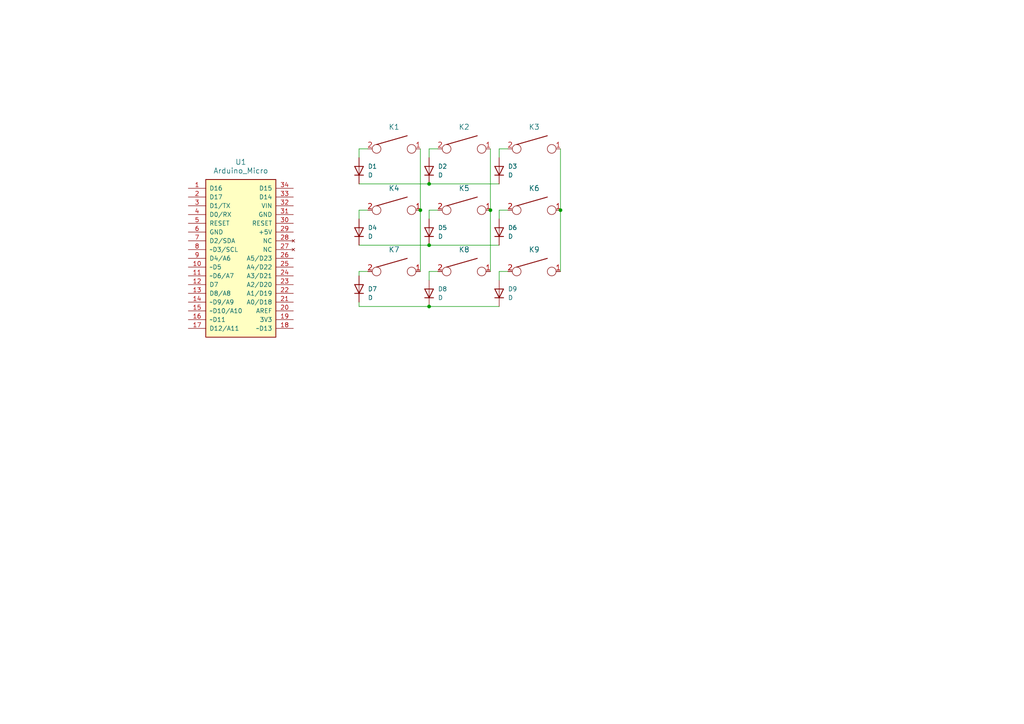
<source format=kicad_sch>
(kicad_sch (version 20231120) (generator "eeschema") (generator_version "8.0")
  (paper "A4")
  (lib_symbols
    (symbol "Device:D" (pin_numbers hide) (pin_names (offset 1.016) hide)
      (property "Reference" "D" (at 0 2.54 0))
      (property "Value" "D" (at 0 -2.54 0))
      (symbol "D_0_1"
        (polyline (pts (xy -1.27 1.27) (xy -1.27 -1.27)) (stroke (width 0.254)))
        (polyline (pts (xy 1.27 0) (xy -1.27 0)))
        (polyline (pts (xy 1.27 1.27) (xy 1.27 -1.27) (xy -1.27 0) (xy 1.27 1.27)) (stroke (width 0.254)))
      )
      (symbol "D_1_1"
        (pin passive line (at -3.81 0 0) (length 2.54) (name "K") (number "1"))
        (pin passive line (at 3.81 0 180) (length 2.54) (name "A") (number "2"))
      )
    )
    (symbol "keyboard_parts:KEYSW" (pin_names (offset 1.016))
      (property "Reference" "K?" (at -1.27 0 0))
      (symbol "KEYSW_0_1"
        (circle (center -5.08 0) (radius 1.27))
        (polyline (pts (xy -5.08 1.27) (xy 3.81 3.81)) (stroke (width 0.254)))
        (circle (center 5.08 0) (radius 1.27))
      )
      (symbol "KEYSW_1_1"
        (pin passive line (at 7.62 0 180) (length 1.27) (name "~") (number "1"))
        (pin passive line (at -7.62 0 0) (length 1.27) (name "~") (number "2"))
      )
    )
    (symbol "micro:Arduino_Micro" (pin_names (offset 1.016))
      (property "Reference" "U" (at -10.16 26.67 0))
      (property "Value" "Arduino_Micro" (at -2.54 24.13 0))
      (symbol "Arduino_Micro_0_1"
        (rectangle (start -10.16 22.86) (end 10.16 -22.86) (stroke (width 0.254)) (fill (type background)))
      )
      (symbol "Arduino_Micro_1_1"
        (pin bidirectional line (at -15.24 20.32 0) (length 5.08) (name "D16") (number "1"))
        (pin bidirectional line (at -15.24 -2.54 0) (length 5.08) (name "~D5") (number "10"))
        (pin bidirectional line (at -15.24 -5.08 0) (length 5.08) (name "~D6/A7") (number "11"))
        (pin bidirectional line (at -15.24 -7.62 0) (length 5.08) (name "D7") (number "12"))
        (pin bidirectional line (at -15.24 -10.16 0) (length 5.08) (name "D8/A8") (number "13"))
        (pin bidirectional line (at -15.24 -12.7 0) (length 5.08) (name "~D9/A9") (number "14"))
        (pin bidirectional line (at -15.24 -15.24 0) (length 5.08) (name "~D10/A10") (number "15"))
        (pin bidirectional line (at -15.24 -17.78 0) (length 5.08) (name "~D11") (number "16"))
        (pin bidirectional line (at -15.24 -20.32 0) (length 5.08) (name "D12/A11") (number "17"))
        (pin bidirectional line (at 15.24 -20.32 180) (length 5.08) (name "~D13") (number "18"))
        (pin power_out line (at 15.24 -17.78 180) (length 5.08) (name "3V3") (number "19"))
        (pin bidirectional line (at -15.24 17.78 0) (length 5.08) (name "D17") (number "2"))
        (pin input line (at 15.24 -15.24 180) (length 5.08) (name "AREF") (number "20"))
        (pin bidirectional line (at 15.24 -12.7 180) (length 5.08) (name "A0/D18") (number "21"))
        (pin bidirectional line (at 15.24 -10.16 180) (length 5.08) (name "A1/D19") (number "22"))
        (pin bidirectional line (at 15.24 -7.62 180) (length 5.08) (name "A2/D20") (number "23"))
        (pin bidirectional line (at 15.24 -5.08 180) (length 5.08) (name "A3/D21") (number "24"))
        (pin bidirectional line (at 15.24 -2.54 180) (length 5.08) (name "A4/D22") (number "25"))
        (pin bidirectional line (at 15.24 0 180) (length 5.08) (name "A5/D23") (number "26"))
        (pin no_connect line (at 15.24 2.54 180) (length 5.08) (name "NC") (number "27"))
        (pin no_connect line (at 15.24 5.08 180) (length 5.08) (name "NC") (number "28"))
        (pin power_in line (at 15.24 7.62 180) (length 5.08) (name "+5V") (number "29"))
        (pin bidirectional line (at -15.24 15.24 0) (length 5.08) (name "D1/TX") (number "3"))
        (pin input line (at 15.24 10.16 180) (length 5.08) (name "RESET") (number "30"))
        (pin power_in line (at 15.24 12.7 180) (length 5.08) (name "GND") (number "31"))
        (pin power_out line (at 15.24 15.24 180) (length 5.08) (name "VIN") (number "32"))
        (pin bidirectional line (at 15.24 17.78 180) (length 5.08) (name "D14") (number "33"))
        (pin bidirectional line (at 15.24 20.32 180) (length 5.08) (name "D15") (number "34"))
        (pin bidirectional line (at -15.24 12.7 0) (length 5.08) (name "D0/RX") (number "4"))
        (pin input line (at -15.24 10.16 0) (length 5.08) (name "RESET") (number "5"))
        (pin power_in line (at -15.24 7.62 0) (length 5.08) (name "GND") (number "6"))
        (pin bidirectional line (at -15.24 5.08 0) (length 5.08) (name "D2/SDA") (number "7"))
        (pin bidirectional line (at -15.24 2.54 0) (length 5.08) (name "~D3/SCL") (number "8"))
        (pin bidirectional line (at -15.24 0 0) (length 5.08) (name "D4/A6") (number "9"))
      )
    )
  )
  (junction (at 162.56 60.96))
  (junction (at 124.46 88.9))
  (junction (at 124.46 53.34))
  (junction (at 124.46 71.12))
  (junction (at 142.24 60.96))
  (junction (at 121.92 60.96))
  (wire (pts (xy 124.46 53.34) (xy 144.78 53.34)))
  (wire (pts (xy 121.92 43.18) (xy 121.92 60.96)))
  (wire (pts (xy 147.32 43.18) (xy 144.78 43.18)))
  (wire (pts (xy 106.68 43.18) (xy 104.14 43.18)))
  (wire (pts (xy 124.46 60.96) (xy 124.46 63.5)))
  (wire (pts (xy 124.46 60.96) (xy 127 60.96)))
  (wire (pts (xy 124.46 71.12) (xy 144.78 71.12)))
  (wire (pts (xy 162.56 60.96) (xy 162.56 78.74)))
  (wire (pts (xy 142.24 43.18) (xy 142.24 60.96)))
  (wire (pts (xy 144.78 78.74) (xy 144.78 81.28)))
  (wire (pts (xy 127 78.74) (xy 124.46 78.74)))
  (wire (pts (xy 147.32 78.74) (xy 144.78 78.74)))
  (wire (pts (xy 124.46 78.74) (xy 124.46 81.28)))
  (wire (pts (xy 106.68 78.74) (xy 104.14 78.74)))
  (wire (pts (xy 106.68 60.96) (xy 104.14 60.96)))
  (wire (pts (xy 104.14 78.74) (xy 104.14 80.01)))
  (wire (pts (xy 124.46 43.18) (xy 124.46 45.72)))
  (wire (pts (xy 124.46 88.9) (xy 144.78 88.9)))
  (wire (pts (xy 121.92 60.96) (xy 121.92 78.74)))
  (wire (pts (xy 144.78 43.18) (xy 144.78 45.72)))
  (wire (pts (xy 104.14 88.9) (xy 124.46 88.9)))
  (wire (pts (xy 162.56 43.18) (xy 162.56 60.96)))
  (wire (pts (xy 104.14 43.18) (xy 104.14 45.72)))
  (wire (pts (xy 147.32 60.96) (xy 144.78 60.96)))
  (wire (pts (xy 127 43.18) (xy 124.46 43.18)))
  (wire (pts (xy 104.14 53.34) (xy 124.46 53.34)))
  (wire (pts (xy 104.14 88.9) (xy 104.14 87.63)))
  (wire (pts (xy 104.14 60.96) (xy 104.14 63.5)))
  (wire (pts (xy 104.14 71.12) (xy 124.46 71.12)))
  (wire (pts (xy 142.24 60.96) (xy 142.24 78.74)))
  (wire (pts (xy 144.78 60.96) (xy 144.78 63.5)))
  (symbol (lib_id "Device:D") (at 104.14 83.82 90) (unit 1)
    (property "Reference" "D7" (at 106.68 83.8199 90) (effects (justify right)))
    (property "Value" "D" (at 106.68 86.3599 90) (effects (justify right)))
    (property "Description" "Diode" (effects (hide yes)))
    (property "Sim.Device" "D" (effects (hide yes)))
    (property "Sim.Pins" "1=K 2=A" (effects (hide yes)))
  )
  (symbol (lib_id "keyboard_parts:KEYSW") (at 154.94 78.74 0) (unit 1)
    (property "Reference" "K9" (at 154.94 72.39 0) (effects (font (size 1.524 1.524))))
    (property "Value" "KEYSW" (effects (hide yes)))
  )
  (symbol (lib_id "keyboard_parts:KEYSW") (at 114.3 60.96 0) (unit 1)
    (property "Reference" "K4" (at 114.3 54.61 0) (effects (font (size 1.524 1.524))))
    (property "Value" "KEYSW" (effects (hide yes)))
  )
  (symbol (lib_id "keyboard_parts:KEYSW") (at 114.3 78.74 0) (unit 1)
    (property "Reference" "K7" (at 114.3 72.39 0) (effects (font (size 1.524 1.524))))
    (property "Value" "KEYSW" (effects (hide yes)))
  )
  (symbol (lib_id "keyboard_parts:KEYSW") (at 134.62 78.74 0) (unit 1)
    (property "Reference" "K8" (at 134.62 72.39 0) (effects (font (size 1.524 1.524))))
    (property "Value" "KEYSW" (effects (hide yes)))
  )
  (symbol (lib_id "Device:D") (at 124.46 67.31 90) (unit 1)
    (property "Reference" "D5" (at 127 66.0399 90) (effects (justify right)))
    (property "Value" "D" (at 127 68.5799 90) (effects (justify right)))
    (property "Description" "Diode" (effects (hide yes)))
    (property "Sim.Device" "D" (effects (hide yes)))
    (property "Sim.Pins" "1=K 2=A" (effects (hide yes)))
  )
  (symbol (lib_id "Device:D") (at 144.78 49.53 90) (unit 1)
    (property "Reference" "D3" (at 147.32 48.2599 90) (effects (justify right)))
    (property "Value" "D" (at 147.32 50.7999 90) (effects (justify right)))
    (property "Description" "Diode" (effects (hide yes)))
    (property "Sim.Device" "D" (effects (hide yes)))
    (property "Sim.Pins" "1=K 2=A" (effects (hide yes)))
  )
  (symbol (lib_id "Device:D") (at 104.14 67.31 90) (unit 1)
    (property "Reference" "D4" (at 106.68 66.0399 90) (effects (justify right)))
    (property "Value" "D" (at 106.68 68.5799 90) (effects (justify right)))
    (property "Description" "Diode" (effects (hide yes)))
    (property "Sim.Device" "D" (effects (hide yes)))
    (property "Sim.Pins" "1=K 2=A" (effects (hide yes)))
  )
  (symbol (lib_id "Device:D") (at 124.46 49.53 90) (unit 1)
    (property "Reference" "D2" (at 127 48.2599 90) (effects (justify right)))
    (property "Value" "D" (at 127 50.7999 90) (effects (justify right)))
    (property "Description" "Diode" (effects (hide yes)))
    (property "Sim.Device" "D" (effects (hide yes)))
    (property "Sim.Pins" "1=K 2=A" (effects (hide yes)))
  )
  (symbol (lib_id "Device:D") (at 144.78 67.31 90) (unit 1)
    (property "Reference" "D6" (at 147.32 66.0399 90) (effects (justify right)))
    (property "Value" "D" (at 147.32 68.5799 90) (effects (justify right)))
    (property "Description" "Diode" (effects (hide yes)))
    (property "Sim.Device" "D" (effects (hide yes)))
    (property "Sim.Pins" "1=K 2=A" (effects (hide yes)))
  )
  (symbol (lib_id "keyboard_parts:KEYSW") (at 134.62 60.96 0) (unit 1)
    (property "Reference" "K5" (at 134.62 54.61 0) (effects (font (size 1.524 1.524))))
    (property "Value" "KEYSW" (effects (hide yes)))
  )
  (symbol (lib_id "keyboard_parts:KEYSW") (at 114.3 43.18 0) (unit 1)
    (property "Reference" "K1" (at 114.3 36.83 0) (effects (font (size 1.524 1.524))))
    (property "Value" "KEYSW" (effects (hide yes)))
  )
  (symbol (lib_id "keyboard_parts:KEYSW") (at 154.94 60.96 0) (unit 1)
    (property "Reference" "K6" (at 154.94 54.61 0) (effects (font (size 1.524 1.524))))
    (property "Value" "KEYSW" (effects (hide yes)))
  )
  (symbol (lib_id "Device:D") (at 124.46 85.09 90) (unit 1)
    (property "Reference" "D8" (at 127 83.8199 90) (effects (justify right)))
    (property "Value" "D" (at 127 86.3599 90) (effects (justify right)))
    (property "Description" "Diode" (effects (hide yes)))
    (property "Sim.Device" "D" (effects (hide yes)))
    (property "Sim.Pins" "1=K 2=A" (effects (hide yes)))
  )
  (symbol (lib_id "keyboard_parts:KEYSW") (at 154.94 43.18 0) (unit 1)
    (property "Reference" "K3" (at 154.94 36.83 0) (effects (font (size 1.524 1.524))))
    (property "Value" "KEYSW" (effects (hide yes)))
  )
  (symbol (lib_id "Device:D") (at 104.14 49.53 90) (unit 1)
    (property "Reference" "D1" (at 106.68 48.2599 90) (effects (justify right)))
    (property "Value" "D" (at 106.68 50.7999 90) (effects (justify right)))
    (property "Description" "Diode" (effects (hide yes)))
    (property "Sim.Device" "D" (effects (hide yes)))
    (property "Sim.Pins" "1=K 2=A" (effects (hide yes)))
  )
  (symbol (lib_id "micro:Arduino_Micro") (at 69.85 74.93 0) (unit 1)
    (property "Reference" "U1" (at 69.85 46.99 0) (effects (font (size 1.524 1.524))))
    (property "Value" "Arduino_Micro" (at 69.85 49.53 0) (effects (font (size 1.524 1.524))))
    (property "Footprint" "Arduino:Arduino_Micro" (effects (hide yes)))
    (property "Datasheet" "https://store.arduino.cc/usa/arduino-micro" (effects (hide yes)))
    (property "Description" "Arduino Micro" (effects (hide yes)))
  )
  (symbol (lib_id "Device:D") (at 144.78 85.09 90) (unit 1)
    (property "Reference" "D9" (at 147.32 83.8199 90) (effects (justify right)))
    (property "Value" "D" (at 147.32 86.3599 90) (effects (justify right)))
    (property "Description" "Diode" (effects (hide yes)))
    (property "Sim.Device" "D" (effects (hide yes)))
    (property "Sim.Pins" "1=K 2=A" (effects (hide yes)))
  )
  (symbol (lib_id "keyboard_parts:KEYSW") (at 134.62 43.18 0) (unit 1)
    (property "Reference" "K2" (at 134.62 36.83 0) (effects (font (size 1.524 1.524))))
    (property "Value" "KEYSW" (effects (hide yes)))
  )
)
</source>
